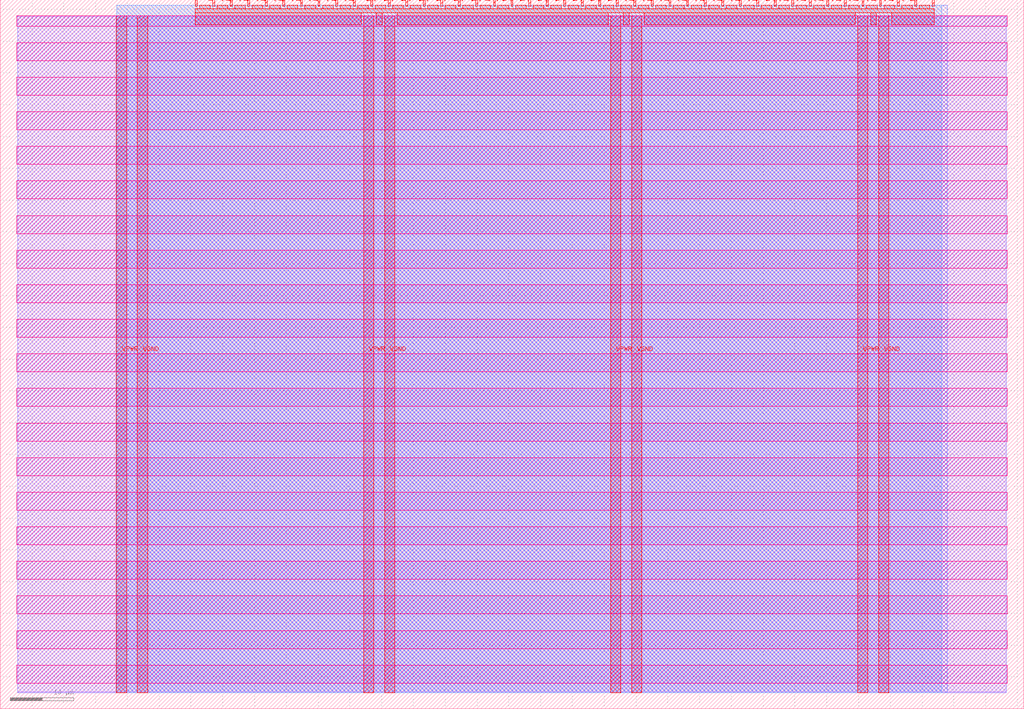
<source format=lef>
VERSION 5.7 ;
  NOWIREEXTENSIONATPIN ON ;
  DIVIDERCHAR "/" ;
  BUSBITCHARS "[]" ;
MACRO tt_um_ring_divider
  CLASS BLOCK ;
  FOREIGN tt_um_ring_divider ;
  ORIGIN 0.000 0.000 ;
  SIZE 161.000 BY 111.520 ;
  PIN VGND
    DIRECTION INOUT ;
    USE GROUND ;
    PORT
      LAYER met4 ;
        RECT 21.580 2.480 23.180 109.040 ;
    END
    PORT
      LAYER met4 ;
        RECT 60.450 2.480 62.050 109.040 ;
    END
    PORT
      LAYER met4 ;
        RECT 99.320 2.480 100.920 109.040 ;
    END
    PORT
      LAYER met4 ;
        RECT 138.190 2.480 139.790 109.040 ;
    END
  END VGND
  PIN VPWR
    DIRECTION INOUT ;
    USE POWER ;
    PORT
      LAYER met4 ;
        RECT 18.280 2.480 19.880 109.040 ;
    END
    PORT
      LAYER met4 ;
        RECT 57.150 2.480 58.750 109.040 ;
    END
    PORT
      LAYER met4 ;
        RECT 96.020 2.480 97.620 109.040 ;
    END
    PORT
      LAYER met4 ;
        RECT 134.890 2.480 136.490 109.040 ;
    END
  END VPWR
  PIN clk
    DIRECTION INPUT ;
    USE SIGNAL ;
    PORT
      LAYER met4 ;
        RECT 143.830 110.520 144.130 111.520 ;
    END
  END clk
  PIN ena
    DIRECTION INPUT ;
    USE SIGNAL ;
    ANTENNAGATEAREA 0.196500 ;
    PORT
      LAYER met4 ;
        RECT 146.590 110.520 146.890 111.520 ;
    END
  END ena
  PIN rst_n
    DIRECTION INPUT ;
    USE SIGNAL ;
    PORT
      LAYER met4 ;
        RECT 141.070 110.520 141.370 111.520 ;
    END
  END rst_n
  PIN ui_in[0]
    DIRECTION INPUT ;
    USE SIGNAL ;
    PORT
      LAYER met4 ;
        RECT 138.310 110.520 138.610 111.520 ;
    END
  END ui_in[0]
  PIN ui_in[1]
    DIRECTION INPUT ;
    USE SIGNAL ;
    PORT
      LAYER met4 ;
        RECT 135.550 110.520 135.850 111.520 ;
    END
  END ui_in[1]
  PIN ui_in[2]
    DIRECTION INPUT ;
    USE SIGNAL ;
    PORT
      LAYER met4 ;
        RECT 132.790 110.520 133.090 111.520 ;
    END
  END ui_in[2]
  PIN ui_in[3]
    DIRECTION INPUT ;
    USE SIGNAL ;
    PORT
      LAYER met4 ;
        RECT 130.030 110.520 130.330 111.520 ;
    END
  END ui_in[3]
  PIN ui_in[4]
    DIRECTION INPUT ;
    USE SIGNAL ;
    PORT
      LAYER met4 ;
        RECT 127.270 110.520 127.570 111.520 ;
    END
  END ui_in[4]
  PIN ui_in[5]
    DIRECTION INPUT ;
    USE SIGNAL ;
    PORT
      LAYER met4 ;
        RECT 124.510 110.520 124.810 111.520 ;
    END
  END ui_in[5]
  PIN ui_in[6]
    DIRECTION INPUT ;
    USE SIGNAL ;
    PORT
      LAYER met4 ;
        RECT 121.750 110.520 122.050 111.520 ;
    END
  END ui_in[6]
  PIN ui_in[7]
    DIRECTION INPUT ;
    USE SIGNAL ;
    PORT
      LAYER met4 ;
        RECT 118.990 110.520 119.290 111.520 ;
    END
  END ui_in[7]
  PIN uio_in[0]
    DIRECTION INPUT ;
    USE SIGNAL ;
    PORT
      LAYER met4 ;
        RECT 116.230 110.520 116.530 111.520 ;
    END
  END uio_in[0]
  PIN uio_in[1]
    DIRECTION INPUT ;
    USE SIGNAL ;
    PORT
      LAYER met4 ;
        RECT 113.470 110.520 113.770 111.520 ;
    END
  END uio_in[1]
  PIN uio_in[2]
    DIRECTION INPUT ;
    USE SIGNAL ;
    PORT
      LAYER met4 ;
        RECT 110.710 110.520 111.010 111.520 ;
    END
  END uio_in[2]
  PIN uio_in[3]
    DIRECTION INPUT ;
    USE SIGNAL ;
    PORT
      LAYER met4 ;
        RECT 107.950 110.520 108.250 111.520 ;
    END
  END uio_in[3]
  PIN uio_in[4]
    DIRECTION INPUT ;
    USE SIGNAL ;
    PORT
      LAYER met4 ;
        RECT 105.190 110.520 105.490 111.520 ;
    END
  END uio_in[4]
  PIN uio_in[5]
    DIRECTION INPUT ;
    USE SIGNAL ;
    PORT
      LAYER met4 ;
        RECT 102.430 110.520 102.730 111.520 ;
    END
  END uio_in[5]
  PIN uio_in[6]
    DIRECTION INPUT ;
    USE SIGNAL ;
    PORT
      LAYER met4 ;
        RECT 99.670 110.520 99.970 111.520 ;
    END
  END uio_in[6]
  PIN uio_in[7]
    DIRECTION INPUT ;
    USE SIGNAL ;
    PORT
      LAYER met4 ;
        RECT 96.910 110.520 97.210 111.520 ;
    END
  END uio_in[7]
  PIN uio_oe[0]
    DIRECTION OUTPUT ;
    USE SIGNAL ;
    ANTENNADIFFAREA 0.445500 ;
    PORT
      LAYER met4 ;
        RECT 49.990 110.520 50.290 111.520 ;
    END
  END uio_oe[0]
  PIN uio_oe[1]
    DIRECTION OUTPUT ;
    USE SIGNAL ;
    ANTENNADIFFAREA 0.445500 ;
    PORT
      LAYER met4 ;
        RECT 47.230 110.520 47.530 111.520 ;
    END
  END uio_oe[1]
  PIN uio_oe[2]
    DIRECTION OUTPUT ;
    USE SIGNAL ;
    ANTENNADIFFAREA 0.445500 ;
    PORT
      LAYER met4 ;
        RECT 44.470 110.520 44.770 111.520 ;
    END
  END uio_oe[2]
  PIN uio_oe[3]
    DIRECTION OUTPUT ;
    USE SIGNAL ;
    ANTENNADIFFAREA 0.445500 ;
    PORT
      LAYER met4 ;
        RECT 41.710 110.520 42.010 111.520 ;
    END
  END uio_oe[3]
  PIN uio_oe[4]
    DIRECTION OUTPUT ;
    USE SIGNAL ;
    ANTENNADIFFAREA 0.445500 ;
    PORT
      LAYER met4 ;
        RECT 38.950 110.520 39.250 111.520 ;
    END
  END uio_oe[4]
  PIN uio_oe[5]
    DIRECTION OUTPUT ;
    USE SIGNAL ;
    ANTENNADIFFAREA 0.445500 ;
    PORT
      LAYER met4 ;
        RECT 36.190 110.520 36.490 111.520 ;
    END
  END uio_oe[5]
  PIN uio_oe[6]
    DIRECTION OUTPUT ;
    USE SIGNAL ;
    ANTENNADIFFAREA 0.445500 ;
    PORT
      LAYER met4 ;
        RECT 33.430 110.520 33.730 111.520 ;
    END
  END uio_oe[6]
  PIN uio_oe[7]
    DIRECTION OUTPUT ;
    USE SIGNAL ;
    ANTENNADIFFAREA 0.445500 ;
    PORT
      LAYER met4 ;
        RECT 30.670 110.520 30.970 111.520 ;
    END
  END uio_oe[7]
  PIN uio_out[0]
    DIRECTION OUTPUT ;
    USE SIGNAL ;
    ANTENNADIFFAREA 0.445500 ;
    PORT
      LAYER met4 ;
        RECT 72.070 110.520 72.370 111.520 ;
    END
  END uio_out[0]
  PIN uio_out[1]
    DIRECTION OUTPUT ;
    USE SIGNAL ;
    ANTENNADIFFAREA 0.445500 ;
    PORT
      LAYER met4 ;
        RECT 69.310 110.520 69.610 111.520 ;
    END
  END uio_out[1]
  PIN uio_out[2]
    DIRECTION OUTPUT ;
    USE SIGNAL ;
    ANTENNADIFFAREA 0.445500 ;
    PORT
      LAYER met4 ;
        RECT 66.550 110.520 66.850 111.520 ;
    END
  END uio_out[2]
  PIN uio_out[3]
    DIRECTION OUTPUT ;
    USE SIGNAL ;
    ANTENNADIFFAREA 0.445500 ;
    PORT
      LAYER met4 ;
        RECT 63.790 110.520 64.090 111.520 ;
    END
  END uio_out[3]
  PIN uio_out[4]
    DIRECTION OUTPUT ;
    USE SIGNAL ;
    ANTENNADIFFAREA 0.445500 ;
    PORT
      LAYER met4 ;
        RECT 61.030 110.520 61.330 111.520 ;
    END
  END uio_out[4]
  PIN uio_out[5]
    DIRECTION OUTPUT ;
    USE SIGNAL ;
    ANTENNADIFFAREA 0.445500 ;
    PORT
      LAYER met4 ;
        RECT 58.270 110.520 58.570 111.520 ;
    END
  END uio_out[5]
  PIN uio_out[6]
    DIRECTION OUTPUT ;
    USE SIGNAL ;
    ANTENNADIFFAREA 0.445500 ;
    PORT
      LAYER met4 ;
        RECT 55.510 110.520 55.810 111.520 ;
    END
  END uio_out[6]
  PIN uio_out[7]
    DIRECTION OUTPUT ;
    USE SIGNAL ;
    ANTENNADIFFAREA 0.445500 ;
    PORT
      LAYER met4 ;
        RECT 52.750 110.520 53.050 111.520 ;
    END
  END uio_out[7]
  PIN uo_out[0]
    DIRECTION OUTPUT ;
    USE SIGNAL ;
    ANTENNADIFFAREA 0.795200 ;
    PORT
      LAYER met4 ;
        RECT 94.150 110.520 94.450 111.520 ;
    END
  END uo_out[0]
  PIN uo_out[1]
    DIRECTION OUTPUT ;
    USE SIGNAL ;
    ANTENNADIFFAREA 0.445500 ;
    PORT
      LAYER met4 ;
        RECT 91.390 110.520 91.690 111.520 ;
    END
  END uo_out[1]
  PIN uo_out[2]
    DIRECTION OUTPUT ;
    USE SIGNAL ;
    ANTENNADIFFAREA 0.445500 ;
    PORT
      LAYER met4 ;
        RECT 88.630 110.520 88.930 111.520 ;
    END
  END uo_out[2]
  PIN uo_out[3]
    DIRECTION OUTPUT ;
    USE SIGNAL ;
    ANTENNADIFFAREA 0.445500 ;
    PORT
      LAYER met4 ;
        RECT 85.870 110.520 86.170 111.520 ;
    END
  END uo_out[3]
  PIN uo_out[4]
    DIRECTION OUTPUT ;
    USE SIGNAL ;
    ANTENNADIFFAREA 0.445500 ;
    PORT
      LAYER met4 ;
        RECT 83.110 110.520 83.410 111.520 ;
    END
  END uo_out[4]
  PIN uo_out[5]
    DIRECTION OUTPUT ;
    USE SIGNAL ;
    ANTENNADIFFAREA 0.445500 ;
    PORT
      LAYER met4 ;
        RECT 80.350 110.520 80.650 111.520 ;
    END
  END uo_out[5]
  PIN uo_out[6]
    DIRECTION OUTPUT ;
    USE SIGNAL ;
    ANTENNADIFFAREA 0.445500 ;
    PORT
      LAYER met4 ;
        RECT 77.590 110.520 77.890 111.520 ;
    END
  END uo_out[6]
  PIN uo_out[7]
    DIRECTION OUTPUT ;
    USE SIGNAL ;
    ANTENNADIFFAREA 0.445500 ;
    PORT
      LAYER met4 ;
        RECT 74.830 110.520 75.130 111.520 ;
    END
  END uo_out[7]
  OBS
      LAYER nwell ;
        RECT 2.570 107.385 158.430 108.990 ;
        RECT 2.570 101.945 158.430 104.775 ;
        RECT 2.570 96.505 158.430 99.335 ;
        RECT 2.570 91.065 158.430 93.895 ;
        RECT 2.570 85.625 158.430 88.455 ;
        RECT 2.570 80.185 158.430 83.015 ;
        RECT 2.570 74.745 158.430 77.575 ;
        RECT 2.570 69.305 158.430 72.135 ;
        RECT 2.570 63.865 158.430 66.695 ;
        RECT 2.570 58.425 158.430 61.255 ;
        RECT 2.570 52.985 158.430 55.815 ;
        RECT 2.570 47.545 158.430 50.375 ;
        RECT 2.570 42.105 158.430 44.935 ;
        RECT 2.570 36.665 158.430 39.495 ;
        RECT 2.570 31.225 158.430 34.055 ;
        RECT 2.570 25.785 158.430 28.615 ;
        RECT 2.570 20.345 158.430 23.175 ;
        RECT 2.570 14.905 158.430 17.735 ;
        RECT 2.570 9.465 158.430 12.295 ;
        RECT 2.570 4.025 158.430 6.855 ;
      LAYER li1 ;
        RECT 2.760 2.635 158.240 108.885 ;
      LAYER met1 ;
        RECT 2.760 2.480 158.240 109.040 ;
      LAYER met2 ;
        RECT 18.310 2.535 148.940 110.685 ;
      LAYER met3 ;
        RECT 18.290 2.555 148.055 110.665 ;
      LAYER met4 ;
        RECT 31.370 110.120 33.030 110.665 ;
        RECT 34.130 110.120 35.790 110.665 ;
        RECT 36.890 110.120 38.550 110.665 ;
        RECT 39.650 110.120 41.310 110.665 ;
        RECT 42.410 110.120 44.070 110.665 ;
        RECT 45.170 110.120 46.830 110.665 ;
        RECT 47.930 110.120 49.590 110.665 ;
        RECT 50.690 110.120 52.350 110.665 ;
        RECT 53.450 110.120 55.110 110.665 ;
        RECT 56.210 110.120 57.870 110.665 ;
        RECT 58.970 110.120 60.630 110.665 ;
        RECT 61.730 110.120 63.390 110.665 ;
        RECT 64.490 110.120 66.150 110.665 ;
        RECT 67.250 110.120 68.910 110.665 ;
        RECT 70.010 110.120 71.670 110.665 ;
        RECT 72.770 110.120 74.430 110.665 ;
        RECT 75.530 110.120 77.190 110.665 ;
        RECT 78.290 110.120 79.950 110.665 ;
        RECT 81.050 110.120 82.710 110.665 ;
        RECT 83.810 110.120 85.470 110.665 ;
        RECT 86.570 110.120 88.230 110.665 ;
        RECT 89.330 110.120 90.990 110.665 ;
        RECT 92.090 110.120 93.750 110.665 ;
        RECT 94.850 110.120 96.510 110.665 ;
        RECT 97.610 110.120 99.270 110.665 ;
        RECT 100.370 110.120 102.030 110.665 ;
        RECT 103.130 110.120 104.790 110.665 ;
        RECT 105.890 110.120 107.550 110.665 ;
        RECT 108.650 110.120 110.310 110.665 ;
        RECT 111.410 110.120 113.070 110.665 ;
        RECT 114.170 110.120 115.830 110.665 ;
        RECT 116.930 110.120 118.590 110.665 ;
        RECT 119.690 110.120 121.350 110.665 ;
        RECT 122.450 110.120 124.110 110.665 ;
        RECT 125.210 110.120 126.870 110.665 ;
        RECT 127.970 110.120 129.630 110.665 ;
        RECT 130.730 110.120 132.390 110.665 ;
        RECT 133.490 110.120 135.150 110.665 ;
        RECT 136.250 110.120 137.910 110.665 ;
        RECT 139.010 110.120 140.670 110.665 ;
        RECT 141.770 110.120 143.430 110.665 ;
        RECT 144.530 110.120 146.190 110.665 ;
        RECT 30.655 109.440 146.905 110.120 ;
        RECT 30.655 107.615 56.750 109.440 ;
        RECT 59.150 107.615 60.050 109.440 ;
        RECT 62.450 107.615 95.620 109.440 ;
        RECT 98.020 107.615 98.920 109.440 ;
        RECT 101.320 107.615 134.490 109.440 ;
        RECT 136.890 107.615 137.790 109.440 ;
        RECT 140.190 107.615 146.905 109.440 ;
  END
END tt_um_ring_divider
END LIBRARY


</source>
